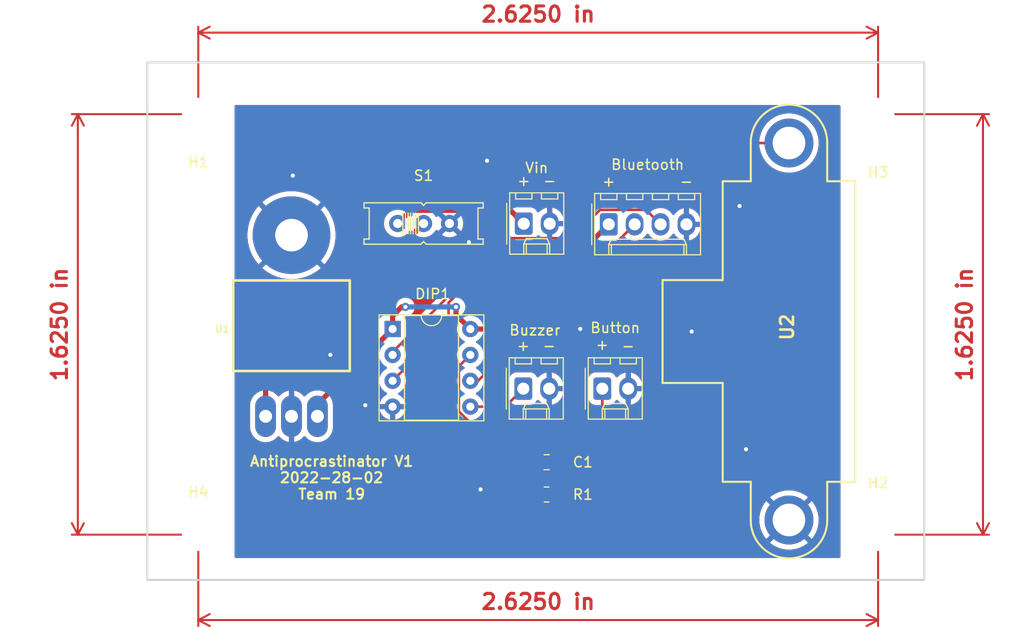
<source format=kicad_pcb>
(kicad_pcb (version 20211014) (generator pcbnew)
  (layers (0 "F.Cu" signal) (31 "B.Cu" signal) (34 "B.Paste" user) (35 "F.Paste" user) (36 "B.SilkS" user "B.Silkscreen") (37 "F.SilkS" user "F.Silkscreen") (38 "B.Mask" user) (39 "F.Mask" user) (44 "Edge.Cuts" user))
  (net 0 "")
  (net 1 "+3V3")
  (net 2 "/PIEZO")
  (net 3 "GND")
  (net 4 "/TX")
  (net 5 "/RX")
  (net 6 "Net-(S1-PadP)")
  (net 7 "Net-(S1-PadO)")
  (net 8 "/BUTTON")
  (net 9 "Net-(DIP1-Pad2)")
  (net 10 "Net-(J3-Pad1)")
  (footprint "reg:TO-220" (layer "F.Cu") (at 110.744 69.027)
    (property "VALUE" "LD1117V33-TO220")
    (fp_text reference "U1" (at -6.798834 2.859323 180) (layer "F.SilkS") (effects (font (size 0.700446 0.700446))))
    (fp_text value "PMIC-LD1117V33(TO-220)")
    (fp_line (start -5.715 -1.905) (end 5.715 -1.905) (layer "F.SilkS") (width 0.254))
    (fp_line (start 5.715 6.985) (end -5.715 6.985) (layer "F.SilkS") (width 0.254))
    (fp_line (start 5.715 -1.905) (end 5.715 6.985) (layer "F.SilkS") (width 0.254))
    (fp_line (start -5.715 6.985) (end -5.715 -1.905) (layer "F.SilkS") (width 0.254))
    (pad "1" thru_hole oval locked (at -2.54 11.43) (size 2.032 4.064) (drill 1.27) (layers *.Cu *.Mask) (net 6 "Net-(S1-PadP)"))
    (pad "2" thru_hole oval locked (at 0 11.43) (size 2.032 4.064) (drill 1.27) (layers *.Cu *.Mask) (net 3 "GND"))
    (pad "3" thru_hole oval locked (at 2.54 11.43) (size 2.032 4.064) (drill 1.27) (layers *.Cu *.Mask) (net 1 "+3V3"))
    (pad "HEAT" thru_hole circle locked (at 0 -6.35) (size 7.62 7.62) (drill 3.2004) (layers *.Cu *.Mask) (net 3 "GND"))
  )
  (footprint "MountingHole:MountingHole_3.2mm_M3" (layer "F.Cu") (at 168.275 92.075)
    (fp_text reference "H2" (at 0 -5.08) (layer "F.SilkS"))
    (fp_text value "MountingHole")
    (pad "" np_thru_hole circle (at 0 0) (size 3.2 3.2) (drill 3.2) (layers *.Cu *.Mask))
  )
  (footprint "MountingHole:MountingHole_3.2mm_M3" (layer "F.Cu") (at 101.6 50.8)
    (fp_text reference "H1" (at 0 4.699) (layer "F.SilkS"))
    (fp_text value "MountingHole")
    (pad "" np_thru_hole circle (at 0 0) (size 3.2 3.2) (drill 3.2) (layers *.Cu *.Mask))
  )
  (footprint "Package_DIP:DIP-8_W7.62mm_Socket" (layer "F.Cu") (at 120.66 71.892)
    (fp_text reference "DIP1" (at 3.927 -3.439) (layer "F.SilkS"))
    (fp_text value "DIP_8_Socket")
    (fp_line (start 2.81 -1.33) (end 1.16 -1.33) (layer "F.SilkS") (width 0.12))
    (fp_line (start 8.95 9.01) (end 8.95 -1.39) (layer "F.SilkS") (width 0.12))
    (fp_line (start 6.46 8.95) (end 6.46 -1.33) (layer "F.SilkS") (width 0.12))
    (fp_line (start -1.33 -1.39) (end -1.33 9.01) (layer "F.SilkS") (width 0.12))
    (fp_line (start 6.46 -1.33) (end 4.81 -1.33) (layer "F.SilkS") (width 0.12))
    (fp_line (start 1.16 8.95) (end 6.46 8.95) (layer "F.SilkS") (width 0.12))
    (fp_line (start 8.95 -1.39) (end -1.33 -1.39) (layer "F.SilkS") (width 0.12))
    (fp_line (start -1.33 9.01) (end 8.95 9.01) (layer "F.SilkS") (width 0.12))
    (fp_line (start 1.16 -1.33) (end 1.16 8.95) (layer "F.SilkS") (width 0.12))
    (fp_arc (start 4.81 -1.33) (mid 3.81 -0.33) (end 2.81 -1.33) (layer "F.SilkS") (width 0.12))
    (pad "1" thru_hole rect (at 0 0) (size 1.6 1.6) (drill 0.8) (layers *.Cu *.Mask) (net 1 "+3V3"))
    (pad "2" thru_hole oval (at 0 2.54) (size 1.6 1.6) (drill 0.8) (layers *.Cu *.Mask) (net 9 "Net-(DIP1-Pad2)"))
    (pad "3" thru_hole oval (at 0 5.08) (size 1.6 1.6) (drill 0.8) (layers *.Cu *.Mask) (net 5 "/RX"))
    (pad "4" thru_hole oval (at 0 7.62) (size 1.6 1.6) (drill 0.8) (layers *.Cu *.Mask) (net 3 "GND"))
    (pad "5" thru_hole oval (at 7.62 7.62) (size 1.6 1.6) (drill 0.8) (layers *.Cu *.Mask) (net 2 "/PIEZO"))
    (pad "6" thru_hole oval (at 7.62 5.08) (size 1.6 1.6) (drill 0.8) (layers *.Cu *.Mask) (net 4 "/TX"))
    (pad "7" thru_hole oval (at 7.62 2.54) (size 1.6 1.6) (drill 0.8) (layers *.Cu *.Mask) (net 8 "/BUTTON"))
    (pad "8" thru_hole oval (at 7.62 0) (size 1.6 1.6) (drill 0.8) (layers *.Cu *.Mask) (net 1 "+3V3"))
  )
  (footprint "MountingHole:MountingHole_3.2mm_M3" (layer "F.Cu") (at 101.6 92.075)
    (fp_text reference "H4" (at 0 -4.2) (layer "F.SilkS"))
    (fp_text value "MountingHole")
    (pad "" np_thru_hole circle (at 0 0) (size 3.2 3.2) (drill 3.2) (layers *.Cu *.Mask))
  )
  (footprint "MountingHole:MountingHole_3.2mm_M3" (layer "F.Cu") (at 168.275 50.8)
    (fp_text reference "H3" (at 0 5.715) (layer "F.SilkS"))
    (fp_text value "MountingHole")
    (pad "" np_thru_hole circle (at 0 0) (size 3.2 3.2) (drill 3.2) (layers *.Cu *.Mask))
  )
  (footprint "footprints:GP2Y0A21YK0F" (layer "F.Cu") (at 153.035 72.136 -90)
    (fp_text reference "U2" (at -0.43708 -6.31676 90) (layer "F.SilkS") (effects (font (size 1.27 1.27) (thickness 0.254))))
    (fp_text value "Infrared" hide)
    (fp_line (start 5.05 5.9) (end 5.05 0) (layer "F.SilkS") (width 0.2))
    (fp_line (start -5.05 0) (end -5.05 5.9) (layer "F.SilkS") (width 0.2))
    (fp_line (start 14.75 -2.75) (end 18.516 -2.75) (layer "F.SilkS") (width 0.2))
    (fp_line (start -14.75 -2.75) (end -14.75 0) (layer "F.SilkS") (width 0.2))
    (fp_line (start -14.75 -10.25) (end -18.516 -10.25) (layer "F.SilkS") (width 0.2))
    (fp_line (start 14.75 -13) (end -14.75 -13) (layer "F.SilkS") (width 0.2))
    (fp_line (start 18.516 -10.251) (end 14.75 -10.251) (layer "F.SilkS") (width 0.2))
    (fp_line (start -18.516 -2.75) (end -14.75 -2.75) (layer "F.SilkS") (width 0.2))
    (fp_line (start -14.75 -13) (end -14.75 -10.25) (layer "F.SilkS") (width 0.2))
    (fp_line (start -5.05 5.9) (end 5.05 5.9) (layer "F.SilkS") (width 0.2))
    (fp_line (start -14.75 0) (end -5.05 0) (layer "F.SilkS") (width 0.2))
    (fp_line (start 5.05 0) (end 14.75 0) (layer "F.SilkS") (width 0.2))
    (fp_line (start 14.75 0) (end 14.75 -2.75) (layer "F.SilkS") (width 0.2))
    (fp_line (start 14.75 -10.251) (end 14.75 -13) (layer "F.SilkS") (width 0.2))
    (fp_arc (start -18.516 -2.75) (mid -22.266 -6.5) (end -18.516 -10.25) (layer "F.SilkS") (width 0.2))
    (fp_arc (start 18.515 -10.251) (mid 22.266 -6.501) (end 18.516 -2.75) (layer "F.SilkS") (width 0.2))
    (pad "1" thru_hole circle locked (at -18.5 -6.5 270) (size 4.8 4.8) (drill 3.2) (layers *.Cu *.Mask) (net 9 "Net-(DIP1-Pad2)"))
    (pad "2" thru_hole circle locked (at 18.5 -6.5 270) (size 4.8 4.8) (drill 3.2) (layers *.Cu *.Mask) (net 3 "GND"))
  )
  (footprint "Connector_Molex:Molex_KK-254_AE-6410-02A_1x02_P2.54mm_Vertical" (layer "F.Cu") (at 133.477 77.744)
    (fp_text reference "J2" hide)
    (fp_text value "Buzzer" (at 1.143 -5.735) (layer "F.SilkS"))
    (fp_text user "+" (at 0 -4.211 unlocked) (layer "F.SilkS"))
    (fp_text user "-" (at 2.54 -4.211 unlocked) (layer "F.SilkS"))
    (fp_line (start 2.54 1.99) (end 2.54 2.99) (layer "F.SilkS") (width 0.12))
    (fp_line (start -0.8 -2.43) (end 0.8 -2.43) (layer "F.SilkS") (width 0.12))
    (fp_line (start -1.38 2.99) (end 3.92 2.99) (layer "F.SilkS") (width 0.12))
    (fp_line (start -1.67 -2) (end -1.67 2) (layer "F.SilkS") (width 0.12))
    (fp_line (start 1.74 -3.03) (end 1.74 -2.43) (layer "F.SilkS") (width 0.12))
    (fp_line (start 0.8 -2.43) (end 0.8 -3.03) (layer "F.SilkS") (width 0.12))
    (fp_line (start -0.8 -3.03) (end -0.8 -2.43) (layer "F.SilkS") (width 0.12))
    (fp_line (start 0 2.99) (end 0 1.99) (layer "F.SilkS") (width 0.12))
    (fp_line (start 2.29 2.99) (end 2.29 1.99) (layer "F.SilkS") (width 0.12))
    (fp_line (start 1.74 -2.43) (end 3.34 -2.43) (layer "F.SilkS") (width 0.12))
    (fp_line (start -1.38 -3.03) (end -1.38 2.99) (layer "F.SilkS") (width 0.12))
    (fp_line (start 3.34 -2.43) (end 3.34 -3.03) (layer "F.SilkS") (width 0.12))
    (fp_line (start 3.92 2.99) (end 3.92 -3.03) (layer "F.SilkS") (width 0.12))
    (fp_line (start 0 1.99) (end 0.25 1.46) (layer "F.SilkS") (width 0.12))
    (fp_line (start 2.29 1.46) (end 2.54 1.99) (layer "F.SilkS") (width 0.12))
    (fp_line (start 3.92 -3.03) (end -1.38 -3.03) (layer "F.SilkS") (width 0.12))
    (fp_line (start 0 1.99) (end 2.54 1.99) (layer "F.SilkS") (width 0.12))
    (fp_line (start 0.25 2.99) (end 0.25 1.99) (layer "F.SilkS") (width 0.12))
    (fp_line (start 0.25 1.46) (end 2.29 1.46) (layer "F.SilkS") (width 0.12))
    (pad "1" thru_hole roundrect (at 0 0) (size 1.74 2.19) (drill 1.19) (layers *.Cu *.Mask) (roundrect_rratio 0.143678) (net 2 "/PIEZO"))
    (pad "2" thru_hole oval (at 2.54 0) (size 1.74 2.19) (drill 1.19) (layers *.Cu *.Mask) (net 3 "GND"))
  )
  (footprint "Resistor_SMD:R_0805_2012Metric_Pad1.20x1.40mm_HandSolder" (layer "F.Cu") (at 135.763 88.138)
    (fp_text reference "R1" (at 3.556 0) (layer "F.SilkS"))
    (fp_text value "10k")
    (fp_line (start -0.227064 -0.735) (end 0.227064 -0.735) (layer "F.SilkS") (width 0.12))
    (fp_line (start -0.227064 0.735) (end 0.227064 0.735) (layer "F.SilkS") (width 0.12))
    (pad "1" smd roundrect (at -1 0) (size 1.2 1.4) (layers "F.Cu" "F.Paste" "F.Mask") (roundrect_rratio 0.208333) (net 8 "/BUTTON"))
    (pad "2" smd roundrect (at 1 0) (size 1.2 1.4) (layers "F.Cu" "F.Paste" "F.Mask") (roundrect_rratio 0.208333) (net 10 "Net-(J3-Pad1)"))
  )
  (footprint "Capacitor_SMD:C_0805_2012Metric_Pad1.18x1.45mm_HandSolder" (layer "F.Cu") (at 135.763 84.963)
    (fp_text reference "C1" (at 3.556 0) (layer "F.SilkS"))
    (fp_text value "1uf")
    (fp_line (start -0.261252 -0.735) (end 0.261252 -0.735) (layer "F.SilkS") (width 0.12))
    (fp_line (start -0.261252 0.735) (end 0.261252 0.735) (layer "F.SilkS") (width 0.12))
    (pad "1" smd roundrect (at -1.0375 0) (size 1.175 1.45) (layers "F.Cu" "F.Paste" "F.Mask") (roundrect_rratio 0.212766) (net 8 "/BUTTON"))
    (pad "2" smd roundrect (at 1.0375 0) (size 1.175 1.45) (layers "F.Cu" "F.Paste" "F.Mask") (roundrect_rratio 0.212766) (net 3 "GND"))
  )
  (footprint "Connector_Molex:Molex_KK-254_AE-6410-04A_1x04_P2.54mm_Vertical" (layer "F.Cu") (at 141.859 61.615)
    (fp_text reference "J4" hide)
    (fp_text value "Bluetooth" (at 3.81 -5.862) (layer "F.SilkS"))
    (fp_text user "-" (at 7.62 -4.211 unlocked) (layer "F.SilkS"))
    (fp_text user "+" (at 0 -4.211 unlocked) (layer "F.SilkS"))
    (fp_line (start 4.28 -2.43) (end 5.88 -2.43) (layer "F.SilkS") (width 0.12))
    (fp_line (start 7.62 1.99) (end 7.62 2.99) (layer "F.SilkS") (width 0.12))
    (fp_line (start 0.8 -2.43) (end 0.8 -3.03) (layer "F.SilkS") (width 0.12))
    (fp_line (start 6.82 -3.03) (end 6.82 -2.43) (layer "F.SilkS") (width 0.12))
    (fp_line (start 0 1.99) (end 7.62 1.99) (layer "F.SilkS") (width 0.12))
    (fp_line (start 7.37 2.99) (end 7.37 1.99) (layer "F.SilkS") (width 0.12))
    (fp_line (start 3.34 -2.43) (end 3.34 -3.03) (layer "F.SilkS") (width 0.12))
    (fp_line (start 9 -3.03) (end -1.38 -3.03) (layer "F.SilkS") (width 0.12))
    (fp_line (start -1.38 2.99) (end 9 2.99) (layer "F.SilkS") (width 0.12))
    (fp_line (start 0 1.99) (end 0.25 1.46) (layer "F.SilkS") (width 0.12))
    (fp_line (start 0.25 2.99) (end 0.25 1.99) (layer "F.SilkS") (width 0.12))
    (fp_line (start 9 2.99) (end 9 -3.03) (layer "F.SilkS") (width 0.12))
    (fp_line (start 0.25 1.46) (end 7.37 1.46) (layer "F.SilkS") (width 0.12))
    (fp_line (start -0.8 -2.43) (end 0.8 -2.43) (layer "F.SilkS") (width 0.12))
    (fp_line (start 1.74 -3.03) (end 1.74 -2.43) (layer "F.SilkS") (width 0.12))
    (fp_line (start 6.82 -2.43) (end 8.42 -2.43) (layer "F.SilkS") (width 0.12))
    (fp_line (start -1.67 -2) (end -1.67 2) (layer "F.SilkS") (width 0.12))
    (fp_line (start -1.38 -3.03) (end -1.38 2.99) (layer "F.SilkS") (width 0.12))
    (fp_line (start 5.88 -2.43) (end 5.88 -3.03) (layer "F.SilkS") (width 0.12))
    (fp_line (start 7.37 1.46) (end 7.62 1.99) (layer "F.SilkS") (width 0.12))
    (fp_line (start 0 2.99) (end 0 1.99) (layer "F.SilkS") (width 0.12))
    (fp_line (start 4.28 -3.03) (end 4.28 -2.43) (layer "F.SilkS") (width 0.12))
    (fp_line (start 1.74 -2.43) (end 3.34 -2.43) (layer "F.SilkS") (width 0.12))
    (fp_line (start -0.8 -3.03) (end -0.8 -2.43) (layer "F.SilkS") (width 0.12))
    (fp_line (start 8.42 -2.43) (end 8.42 -3.03) (layer "F.SilkS") (width 0.12))
    (pad "1" thru_hole roundrect (at 0 0) (size 1.74 2.19) (drill 1.19) (layers *.Cu *.Mask) (roundrect_rratio 0.143678) (net 1 "+3V3"))
    (pad "2" thru_hole oval (at 2.54 0) (size 1.74 2.19) (drill 1.19) (layers *.Cu *.Mask) (net 4 "/TX"))
    (pad "3" thru_hole oval (at 5.08 0) (size 1.74 2.19) (drill 1.19) (layers *.Cu *.Mask) (net 5 "/RX"))
    (pad "4" thru_hole oval (at 7.62 0) (size 1.74 2.19) (drill 1.19) (layers *.Cu *.Mask) (net 3 "GND"))
  )
  (footprint "Connector_Molex:Molex_KK-254_AE-6410-02A_1x02_P2.54mm_Vertical" (layer "F.Cu") (at 141.224 77.744)
    (fp_text reference "J3" hide)
    (fp_text value "Button" (at 1.27 -5.969) (layer "F.SilkS"))
    (fp_text user "+" (at 0 -4.318 unlocked) (layer "F.SilkS"))
    (fp_text user "-" (at 2.54 -4.191 unlocked) (layer "F.SilkS"))
    (fp_line (start 0.25 2.99) (end 0.25 1.99) (layer "F.SilkS") (width 0.12))
    (fp_line (start 2.54 1.99) (end 2.54 2.99) (layer "F.SilkS") (width 0.12))
    (fp_line (start -1.38 -3.03) (end -1.38 2.99) (layer "F.SilkS") (width 0.12))
    (fp_line (start 3.92 2.99) (end 3.92 -3.03) (layer "F.SilkS") (width 0.12))
    (fp_line (start 2.29 2.99) (end 2.29 1.99) (layer "F.SilkS") (width 0.12))
    (fp_line (start 3.92 -3.03) (end -1.38 -3.03) (layer "F.SilkS") (width 0.12))
    (fp_line (start 0 1.99) (end 0.25 1.46) (layer "F.SilkS") (width 0.12))
    (fp_line (start 0.25 1.46) (end 2.29 1.46) (layer "F.SilkS") (width 0.12))
    (fp_line (start 0 1.99) (end 2.54 1.99) (layer "F.SilkS") (width 0.12))
    (fp_line (start 2.29 1.46) (end 2.54 1.99) (layer "F.SilkS") (width 0.12))
    (fp_line (start -0.8 -2.43) (end 0.8 -2.43) (layer "F.SilkS") (width 0.12))
    (fp_line (start -1.38 2.99) (end 3.92 2.99) (layer "F.SilkS") (width 0.12))
    (fp_line (start 0.8 -2.43) (end 0.8 -3.03) (layer "F.SilkS") (width 0.12))
    (fp_line (start 3.34 -2.43) (end 3.34 -3.03) (layer "F.SilkS") (width 0.12))
    (fp_line (start -0.8 -3.03) (end -0.8 -2.43) (layer "F.SilkS") (width 0.12))
    (fp_line (start 1.74 -3.03) (end 1.74 -2.43) (layer "F.SilkS") (width 0.12))
    (fp_line (start -1.67 -2) (end -1.67 2) (layer "F.SilkS") (width 0.12))
    (fp_line (start 1.74 -2.43) (end 3.34 -2.43) (layer "F.SilkS") (width 0.12))
    (fp_line (start 0 2.99) (end 0 1.99) (layer "F.SilkS") (width 0.12))
    (pad "1" thru_hole roundrect (at 0 0) (size 1.74 2.19) (drill 1.19) (layers *.Cu *.Mask) (roundrect_rratio 0.143678) (net 10 "Net-(J3-Pad1)"))
    (pad "2" thru_hole oval (at 2.54 0) (size 1.74 2.19) (drill 1.19) (layers *.Cu *.Mask) (net 3 "GND"))
  )
  (footprint "Connector_Molex:Molex_KK-254_AE-6410-02A_1x02_P2.54mm_Vertical" (layer "F.Cu") (at 133.5225 61.554)
    (fp_text reference "J1" hide)
    (fp_text value "Vin" (at 1.27 -5.481) (layer "F.SilkS"))
    (fp_text user "-" (at 2.54 -4.211 unlocked) (layer "F.SilkS"))
    (fp_text user "+" (at 0 -4.211 unlocked) (layer "F.SilkS"))
    (fp_line (start 3.92 -3.03) (end -1.38 -3.03) (layer "F.SilkS") (width 0.12))
    (fp_line (start 2.54 1.99) (end 2.54 2.99) (layer "F.SilkS") (width 0.12))
    (fp_line (start 0 1.99) (end 0.25 1.46) (layer "F.SilkS") (width 0.12))
    (fp_line (start 1.74 -2.43) (end 3.34 -2.43) (layer "F.SilkS") (width 0.12))
    (fp_line (start 0.25 2.99) (end 0.25 1.99) (layer "F.SilkS") (width 0.12))
    (fp_line (start -1.38 2.99) (end 3.92 2.99) (layer "F.SilkS") (width 0.12))
    (fp_line (start -1.38 -3.03) (end -1.38 2.99) (layer "F.SilkS") (width 0.12))
    (fp_line (start 1.74 -3.03) (end 1.74 -2.43) (layer "F.SilkS") (width 0.12))
    (fp_line (start 2.29 1.46) (end 2.54 1.99) (layer "F.SilkS") (width 0.12))
    (fp_line (start -0.8 -3.03) (end -0.8 -2.43) (layer "F.SilkS") (width 0.12))
    (fp_line (start 2.29 2.99) (end 2.29 1.99) (layer "F.SilkS") (width 0.12))
    (fp_line (start 0.8 -2.43) (end 0.8 -3.03) (layer "F.SilkS") (width 0.12))
    (fp_line (start 0 1.99) (end 2.54 1.99) (layer "F.SilkS") (width 0.12))
    (fp_line (start 3.34 -2.43) (end 3.34 -3.03) (layer "F.SilkS") (width 0.12))
    (fp_line (start 0.25 1.46) (end 2.29 1.46) (layer "F.SilkS") (width 0.12))
    (fp_line (start -0.8 -2.43) (end 0.8 -2.43) (layer "F.SilkS") (width 0.12))
    (fp_line (start -1.67 -2) (end -1.67 2) (layer "F.SilkS") (width 0.12))
    (fp_line (start 3.92 2.99) (end 3.92 -3.03) (layer "F.SilkS") (width 0.12))
    (fp_line (start 0 2.99) (end 0 1.99) (layer "F.SilkS") (width 0.12))
    (pad "1" thru_hole roundrect (at 0 0) (size 1.74 2.19) (drill 1.19) (layers *.Cu *.Mask) (roundrect_rratio 0.143678) (net 7 "Net-(S1-PadO)"))
    (pad "2" thru_hole oval (at 2.54 0) (size 1.74 2.19) (drill 1.19) (layers *.Cu *.Mask) (net 3 "GND"))
  )
  (footprint "footprints:EG1218" (layer "F.Cu") (at 123.698 61.534)
    (fp_text reference "S1" (at 0 -4.699) (layer "F.SilkS"))
    (fp_text value "EG1218")
    (fp_line (start 0.254 -2.032) (end 5.842 -2.032) (layer "F.SilkS") (width 0.127))
    (fp_line (start -0.762 1.016) (end -0.762 -1.016) (layer "F.SilkS") (width 0.127))
    (fp_line (start -5.334 -1.524) (end -5.842 -1.524) (layer "F.SilkS") (width 0.127))
    (fp_line (start 5.334 -1.524) (end 5.334 1.524) (layer "F.SilkS") (width 0.127))
    (fp_line (start 0.254 2.032) (end 0 1.778) (layer "F.SilkS") (width 0.127))
    (fp_line (start 5.842 -1.524) (end 5.334 -1.524) (layer "F.SilkS") (width 0.127))
    (fp_line (start -5.842 -1.524) (end -5.842 -2.032) (layer "F.SilkS") (width 0.127))
    (fp_line (start 0 1.778) (end -0.254 2.032) (layer "F.SilkS") (width 0.127))
    (fp_line (start -5.334 1.524) (end -5.334 -1.524) (layer "F.SilkS") (width 0.127))
    (fp_line (start -0.254 -2.032) (end 0 -1.778) (layer "F.SilkS") (width 0.127))
    (fp_line (start -1.524 -1.016) (end -1.524 1.016) (layer "F.SilkS") (width 0.127))
    (fp_line (start -0.508 -1.016) (end -0.508 1.016) (layer "F.SilkS") (width 0.127))
    (fp_line (start 5.842 -2.032) (end 5.842 -1.524) (layer "F.SilkS") (width 0.127))
    (fp_line (start -0.254 2.032) (end -5.842 2.032) (layer "F.SilkS") (width 0.127))
    (fp_line (start -5.842 -2.032) (end -0.254 -2.032) (layer "F.SilkS") (width 0.127))
    (fp_line (start 5.842 2.032) (end 0.254 2.032) (layer "F.SilkS") (width 0.127))
    (fp_line (start -1.778 1.016) (end -1.778 -1.016) (layer "F.SilkS") (width 0.127))
    (fp_line (start -1.27 1.016) (end -1.27 -1.016) (layer "F.SilkS") (width 0.127))
    (fp_line (start 0 -1.778) (end 0.254 -2.032) (layer "F.SilkS") (width 0.127))
    (fp_line (start -1.016 -1.016) (end -1.016 1.016) (layer "F.SilkS") (width 0.127))
    (fp_line (start 5.842 1.524) (end 5.842 2.032) (layer "F.SilkS") (width 0.127))
    (fp_line (start -2.032 -1.016) (end -2.032 1.016) (layer "F.SilkS") (width 0.127))
    (fp_line (start -5.842 2.032) (end -5.842 1.524) (layer "F.SilkS") (width 0.127))
    (fp_line (start 5.334 1.524) (end 5.842 1.524) (layer "F.SilkS") (width 0.127))
    (fp_line (start -5.842 1.524) (end -5.334 1.524) (layer "F.SilkS") (width 0.127))
    (pad "O" thru_hole circle locked (at -2.54 0) (size 1.6764 1.6764) (drill 0.9) (layers *.Cu *.Mask) (net 7 "Net-(S1-PadO)"))
    (pad "P" thru_hole circle locked (at 0 0) (size 1.6764 1.6764) (drill 0.9) (layers *.Cu *.Mask) (net 6 "Net-(S1-PadP)"))
    (pad "S" thru_hole circle locked (at 2.54 0) (size 1.6764 1.6764) (drill 0.9) (layers *.Cu *.Mask) (net 3 "GND"))
  )
  (gr_rect (start 96.6015 45.72) (end 172.8015 96.52) (layer "Edge.Cuts") (width 0.2) (fill none))
  (gr_text "Antiprocrastinator V1\n2022-28-02\nTeam 19" (at 114.681 86.487) (layer "F.SilkS") (effects (font (size 1 1) (thickness 0.2))))
  (dimension (type aligned) (layer "F.Cu") (pts (xy 101.6 92.075) (xy 168.275 92.075)) (height 8.382) (gr_text "2.6250 in" (at 134.9375 98.657) (layer "F.Cu") (effects (font (size 1.5 1.5) (thickness 0.3)))) (format (units 0) (units_format 1) (precision 4)) (style (thickness 0.2) (arrow_length 1.27) (text_position_mode 0) (extension_height 0.58642) (extension_offset 0.5) keep_text_aligned))
  (dimension (type aligned) (layer "F.Cu") (pts (xy 101.6 50.8) (xy 101.6 92.075)) (height 11.811) (gr_text "1.6250 in" (at 87.989 71.4375 90) (layer "F.Cu") (effects (font (size 1.5 1.5) (thickness 0.3)))) (format (units 0) (units_format 1) (precision 4)) (style (thickness 0.2) (arrow_length 1.27) (text_position_mode 0) (extension_height 0.58642) (extension_offset 0.5) keep_text_aligned))
  (dimension (type aligned) (layer "F.Cu") (pts (xy 168.275 50.8) (xy 168.275 92.075)) (height -10.287) (gr_text "1.6250 in" (at 176.762 71.4375 90) (layer "F.Cu") (effects (font (size 1.5 1.5) (thickness 0.3)))) (format (units 0) (units_format 1) (precision 4)) (style (thickness 0.2) (arrow_length 1.27) (text_position_mode 0) (extension_height 0.58642) (extension_offset 0.5) keep_text_aligned))
  (dimension (type aligned) (layer "F.Cu") (pts (xy 101.6 50.8) (xy 168.275 50.8)) (height -8.001) (gr_text "2.6250 in" (at 134.9375 40.999) (layer "F.Cu") (effects (font (size 1.5 1.5) (thickness 0.3)))) (format (units 0) (units_format 1) (precision 4)) (style (thickness 0.2) (arrow_length 1.27) (text_position_mode 0) (extension_height 0.58642) (extension_offset 0.5) keep_text_aligned))
  (segment (start 113.284 80.457) (end 113.284 79.268) (width 0.508) (layer "F.Cu") (net 1))
  (segment (start 126.873 70.485) (end 128.28 71.892) (width 0.508) (layer "F.Cu") (net 1))
  (segment (start 126.873 69.723) (end 126.873 70.485) (width 0.508) (layer "F.Cu") (net 1))
  (segment (start 128.28 71.892) (end 131.582 71.892) (width 0.508) (layer "F.Cu") (net 1))
  (segment (start 113.284 79.268) (end 120.66 71.892) (width 0.508) (layer "F.Cu") (net 1))
  (segment (start 120.66 71.892) (end 120.66 70.602) (width 0.508) (layer "F.Cu") (net 1))
  (segment (start 120.66 70.602) (end 121.539 69.723) (width 0.508) (layer "F.Cu") (net 1))
  (segment (start 121.539 69.723) (end 121.92 69.723) (width 0.508) (layer "F.Cu") (net 1))
  (segment (start 131.582 71.892) (end 141.859 61.615) (width 0.508) (layer "F.Cu") (net 1))
  (via (at 121.92 69.723) (size 0.8) (drill 0.4) (layers "F.Cu" "B.Cu") (net 1))
  (via (at 126.873 69.723) (size 0.8) (drill 0.4) (layers "F.Cu" "B.Cu") (net 1))
  (segment (start 121.92 69.723) (end 126.873 69.723) (width 0.508) (layer "B.Cu") (net 1))
  (segment (start 128.28 79.512) (end 131.709 79.512) (width 0.254) (layer "F.Cu") (net 2))
  (segment (start 133.5125 77.419) (end 133.5225 77.429) (width 0.254) (layer "F.Cu") (net 2))
  (segment (start 131.709 79.512) (end 133.477 77.744) (width 0.254) (layer "F.Cu") (net 2))
  (via (at 110.871 56.835) (size 0.8) (drill 0.4) (layers "F.Cu" "B.Cu") (net 3))
  (via (at 129.921 55.372) (size 0.8) (drill 0.4) (layers "F.Cu" "B.Cu") (net 3))
  (via (at 139.065 71.882) (size 0.8) (drill 0.4) (layers "F.Cu" "B.Cu") (net 3))
  (via (at 117.983 79.375) (size 0.8) (drill 0.4) (layers "F.Cu" "B.Cu") (net 3))
  (via (at 114.554 74.422) (size 0.8) (drill 0.4) (layers "F.Cu" "B.Cu") (net 3))
  (via (at 155.321 83.693) (size 0.8) (drill 0.4) (layers "F.Cu" "B.Cu") (net 3))
  (via (at 154.686 59.817) (size 0.8) (drill 0.4) (layers "F.Cu" "B.Cu") (net 3))
  (via (at 129.286 87.63) (size 0.8) (drill 0.4) (layers "F.Cu" "B.Cu") (net 3))
  (via (at 128.143 63.373) (size 0.8) (drill 0.4) (layers "F.Cu" "B.Cu") (net 3))
  (via (at 149.987 72.136) (size 0.8) (drill 0.4) (layers "F.Cu" "B.Cu") (net 3))
  (segment (start 129.042 76.972) (end 144.399 61.615) (width 0.254) (layer "F.Cu") (net 4))
  (segment (start 128.28 76.972) (end 129.042 76.972) (width 0.254) (layer "F.Cu") (net 4))
  (segment (start 131.699 63.754) (end 137.439678 63.754) (width 0.254) (layer "F.Cu") (net 5))
  (segment (start 137.439678 63.754) (end 141.000198 60.19348) (width 0.254) (layer "F.Cu") (net 5))
  (segment (start 126.146489 71.485511) (end 126.146489 69.306511) (width 0.254) (layer "F.Cu") (net 5))
  (segment (start 145.51748 60.19348) (end 146.939 61.615) (width 0.254) (layer "F.Cu") (net 5))
  (segment (start 126.146489 69.306511) (end 131.699 63.754) (width 0.254) (layer "F.Cu") (net 5))
  (segment (start 141.000198 60.19348) (end 145.51748 60.19348) (width 0.254) (layer "F.Cu") (net 5))
  (segment (start 120.66 76.972) (end 126.146489 71.485511) (width 0.254) (layer "F.Cu") (net 5))
  (segment (start 108.204 77.028) (end 108.204 80.457) (width 0.508) (layer "F.Cu") (net 6))
  (segment (start 123.698 61.534) (end 108.204 77.028) (width 0.508) (layer "F.Cu") (net 6))
  (segment (start 133.5225 61.554) (end 132.210789 60.242289) (width 0.508) (layer "F.Cu") (net 7))
  (segment (start 122.449711 60.242289) (end 121.158 61.534) (width 0.508) (layer "F.Cu") (net 7))
  (segment (start 132.210789 60.242289) (end 122.449711 60.242289) (width 0.508) (layer "F.Cu") (net 7))
  (segment (start 132.137872 84.963) (end 134.7255 84.963) (width 0.254) (layer "F.Cu") (net 8))
  (segment (start 128.28 74.432) (end 127.153489 75.558511) (width 0.254) (layer "F.Cu") (net 8))
  (segment (start 127.153489 79.978617) (end 132.137872 84.963) (width 0.254) (layer "F.Cu") (net 8))
  (segment (start 127.153489 75.558511) (end 127.153489 79.978617) (width 0.254) (layer "F.Cu") (net 8))
  (segment (start 134.7255 88.1005) (end 134.763 88.138) (width 0.254) (layer "F.Cu") (net 8))
  (segment (start 134.7255 84.963) (end 134.7255 88.1005) (width 0.254) (layer "F.Cu") (net 8))
  (segment (start 131.829502 62.97552) (end 137.55748 62.97552) (width 0.254) (layer "F.Cu") (net 9))
  (segment (start 146.897 53.636) (end 159.535 53.636) (width 0.254) (layer "F.Cu") (net 9))
  (segment (start 120.66 74.432) (end 120.66 74.145022) (width 0.254) (layer "F.Cu") (net 9))
  (segment (start 120.66 74.145022) (end 131.829502 62.97552) (width 0.254) (layer "F.Cu") (net 9))
  (segment (start 137.55748 62.97552) (end 146.897 53.636) (width 0.254) (layer "F.Cu") (net 9))
  (segment (start 136.763 88.138) (end 141.224 83.677) (width 0.254) (layer "F.Cu") (net 10))
  (segment (start 141.224 83.677) (end 141.224 77.744) (width 0.254) (layer "F.Cu") (net 10))
  (zone (net 3) (net_name "GND") (layers F&B.Cu) (connect_pads (clearance 0.508)) (min_thickness 0.254) (fill yes (thermal_gap 0.508) (thermal_bridge_width 0.508))
    (polygon (pts (xy 164.592 94.361) (xy 105.156 94.361) (xy 105.156 49.911) (xy 164.592 49.911)))
  )
)
</source>
